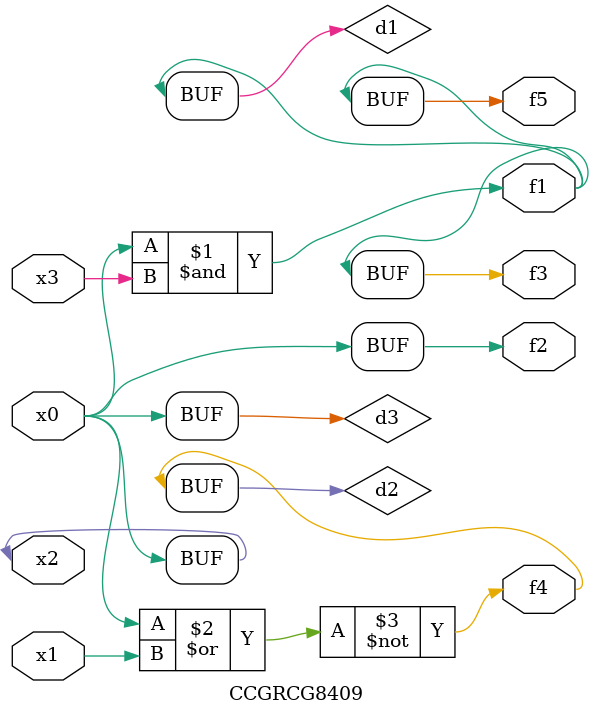
<source format=v>
module CCGRCG8409(
	input x0, x1, x2, x3,
	output f1, f2, f3, f4, f5
);

	wire d1, d2, d3;

	and (d1, x2, x3);
	nor (d2, x0, x1);
	buf (d3, x0, x2);
	assign f1 = d1;
	assign f2 = d3;
	assign f3 = d1;
	assign f4 = d2;
	assign f5 = d1;
endmodule

</source>
